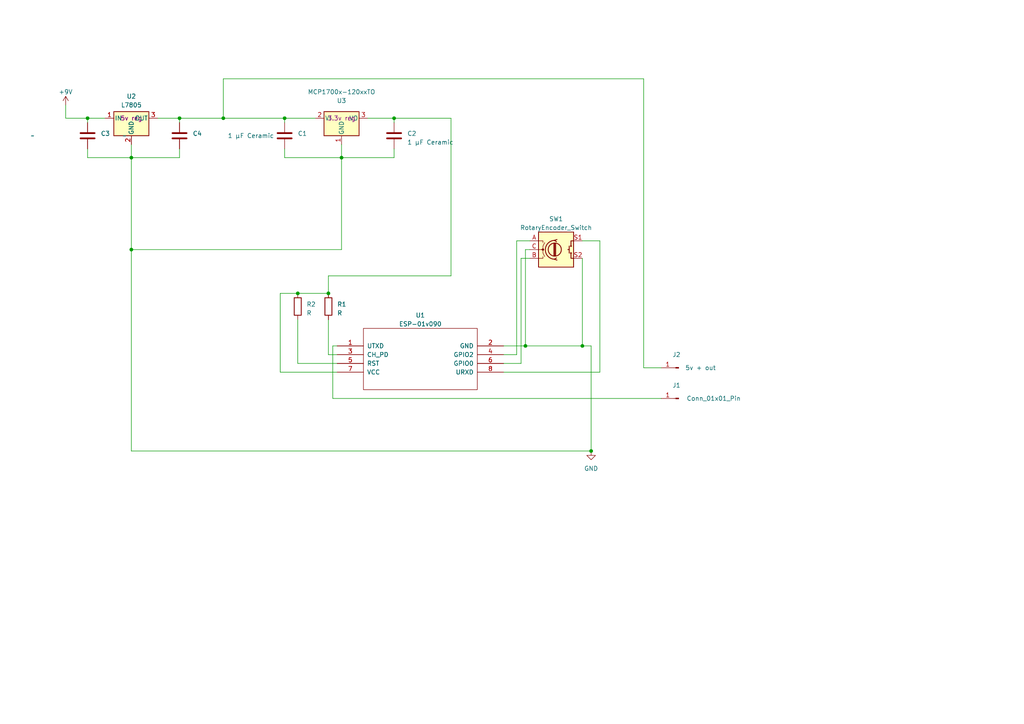
<source format=kicad_sch>
(kicad_sch (version 20230121) (generator eeschema)
  (paper "A4")
  (title_block (title "STAC Soldering/Programming Exercise Board") (rev "0.0.1") (company "Stanley Solutions") (comment 1 "on behalf of Idaho State 4-H"))
  (lib_symbols
    (symbol "Connector:Conn_01x01_Pin" (pin_names (offset 1.016) hide)
      (property "Reference" "J" (at 0 2.54 0))
      (property "Value" "Conn_01x01_Pin" (at 0 -2.54 0))
      (symbol "Conn_01x01_Pin_1_1"
        (polyline (pts (xy 1.27 0) (xy 0.8636 0)) (stroke (width 0.1524)))
        (rectangle (start 0.8636 0.127) (end 0 -0.127) (stroke (width 0.1524)) (fill (type outline)))
        (pin passive line (at 5.08 0 180) (length 3.81) (name "Pin_1") (number "1"))
      )
    )
    (symbol "Device:C" (pin_numbers hide) (pin_names (offset 0.254))
      (property "Reference" "C" (at 0.635 2.54 0))
      (property "Value" "C" (at 0.635 -2.54 0))
      (symbol "C_0_1"
        (polyline (pts (xy -2.032 -0.762) (xy 2.032 -0.762)) (stroke (width 0.508)))
        (polyline (pts (xy -2.032 0.762) (xy 2.032 0.762)) (stroke (width 0.508)))
      )
      (symbol "C_1_1"
        (pin passive line (at 0 3.81 270) (length 2.794) (name "~") (number "1"))
        (pin passive line (at 0 -3.81 90) (length 2.794) (name "~") (number "2"))
      )
    )
    (symbol "Device:R" (pin_numbers hide) (pin_names (offset 0))
      (property "Reference" "R" (at 2.032 0 90))
      (property "Value" "R" (at 0 0 90))
      (symbol "R_0_1"
        (rectangle (start -1.016 -2.54) (end 1.016 2.54) (stroke (width 0.254)))
      )
      (symbol "R_1_1"
        (pin passive line (at 0 3.81 270) (length 1.27) (name "~") (number "1"))
        (pin passive line (at 0 -3.81 90) (length 1.27) (name "~") (number "2"))
      )
    )
    (symbol "Device:RotaryEncoder_Switch" (pin_names (offset 0.254) hide)
      (property "Reference" "SW" (at 0 6.604 0))
      (property "Value" "RotaryEncoder_Switch" (at 0 -6.604 0))
      (symbol "RotaryEncoder_Switch_0_1"
        (rectangle (start -5.08 5.08) (end 5.08 -5.08) (stroke (width 0.254)) (fill (type background)))
        (circle (center -3.81 0) (radius 0.254) (fill (type outline)))
        (circle (center -0.381 0) (radius 1.905) (stroke (width 0.254)))
        (arc (start -0.381 2.667) (mid -3.0988 -0.0635) (end -0.381 -2.794) (stroke (width 0.254)))
        (polyline (pts (xy -0.635 -1.778) (xy -0.635 1.778)) (stroke (width 0.254)))
        (polyline (pts (xy -0.381 -1.778) (xy -0.381 1.778)) (stroke (width 0.254)))
        (polyline (pts (xy -0.127 1.778) (xy -0.127 -1.778)) (stroke (width 0.254)))
        (polyline (pts (xy 3.81 0) (xy 3.429 0)) (stroke (width 0.254)))
        (polyline (pts (xy 3.81 1.016) (xy 3.81 -1.016)) (stroke (width 0.254)))
        (polyline (pts (xy -5.08 -2.54) (xy -3.81 -2.54) (xy -3.81 -2.032)))
        (polyline (pts (xy -5.08 2.54) (xy -3.81 2.54) (xy -3.81 2.032)))
        (polyline (pts (xy 0.254 -3.048) (xy -0.508 -2.794) (xy 0.127 -2.413)) (stroke (width 0.254)))
        (polyline (pts (xy 0.254 2.921) (xy -0.508 2.667) (xy 0.127 2.286)) (stroke (width 0.254)))
        (polyline (pts (xy 5.08 -2.54) (xy 4.318 -2.54) (xy 4.318 -1.016)) (stroke (width 0.254)))
        (polyline (pts (xy 5.08 2.54) (xy 4.318 2.54) (xy 4.318 1.016)) (stroke (width 0.254)))
        (polyline (pts (xy -5.08 0) (xy -3.81 0) (xy -3.81 -1.016) (xy -3.302 -2.032)))
        (polyline (pts (xy -4.318 0) (xy -3.81 0) (xy -3.81 1.016) (xy -3.302 2.032)))
        (circle (center 4.318 -1.016) (radius 0.127) (stroke (width 0.254)))
        (circle (center 4.318 1.016) (radius 0.127) (stroke (width 0.254)))
      )
      (symbol "RotaryEncoder_Switch_1_1"
        (pin passive line (at -7.62 2.54 0) (length 2.54) (name "A") (number "A"))
        (pin passive line (at -7.62 -2.54 0) (length 2.54) (name "B") (number "B"))
        (pin passive line (at -7.62 0 0) (length 2.54) (name "C") (number "C"))
        (pin passive line (at 7.62 2.54 180) (length 2.54) (name "S1") (number "S1"))
        (pin passive line (at 7.62 -2.54 180) (length 2.54) (name "S2") (number "S2"))
      )
    )
    (symbol "Regulator_Linear:L7805" (pin_names (offset 0.254))
      (property "Reference" "U" (at -3.81 3.175 0))
      (property "Value" "L7805" (at 0 3.175 0))
      (symbol "L7805_0_1"
        (rectangle (start -5.08 1.905) (end 5.08 -5.08) (stroke (width 0.254)) (fill (type background)))
      )
      (symbol "L7805_1_1"
        (pin power_in line (at -7.62 0 0) (length 2.54) (name "IN") (number "1"))
        (pin power_in line (at 0 -7.62 90) (length 2.54) (name "GND") (number "2"))
        (pin power_out line (at 7.62 0 180) (length 2.54) (name "OUT") (number "3"))
      )
    )
    (symbol "Regulator_Linear:MCP1700x-120xxTO" (pin_names (offset 0.254))
      (property "Reference" "U" (at -3.81 -3.175 0))
      (property "Value" "MCP1700x-120xxTO" (at 0 -3.175 0))
      (symbol "MCP1700x-120xxTO_0_1"
        (rectangle (start -5.08 5.08) (end 5.08 -1.905) (stroke (width 0.254)) (fill (type background)))
      )
      (symbol "MCP1700x-120xxTO_1_1"
        (pin power_in line (at 0 7.62 270) (length 2.54) (name "GND") (number "1"))
        (pin power_in line (at -7.62 0 0) (length 2.54) (name "VI") (number "2"))
        (pin power_out line (at 7.62 0 180) (length 2.54) (name "VO") (number "3"))
      )
    )
    (symbol "power:+9V" (power) (pin_names (offset 0))
      (property "Value" "+9V" (at 0 3.556 0))
      (symbol "+9V_0_1"
        (polyline (pts (xy -0.762 1.27) (xy 0 2.54)))
        (polyline (pts (xy 0 0) (xy 0 2.54)))
        (polyline (pts (xy 0 2.54) (xy 0.762 1.27)))
      )
      (symbol "+9V_1_1"
        (pin power_in line (at 0 0 90) (length 0) hide (name "+9V") (number "1"))
      )
    )
    (symbol "power:GND" (power) (pin_names (offset 0))
      (property "Value" "GND" (at 0 -3.81 0))
      (symbol "GND_0_1"
        (polyline (pts (xy 0 0) (xy 0 -1.27) (xy 1.27 -1.27) (xy 0 -2.54) (xy -1.27 -1.27) (xy 0 -1.27)))
      )
      (symbol "GND_1_1"
        (pin power_in line (at 0 0 270) (length 0) hide (name "GND") (number "1"))
      )
    )
    (symbol "stac-board:ESP-01v090" (pin_names (offset 1.016))
      (property "Reference" "U" (at 0 -2.54 0))
      (property "Value" "ESP-01v090" (at 0 2.54 0))
      (symbol "ESP-01v090_1_0"
        (rectangle (start -16.51 -8.89) (end 16.51 8.89))
      )
      (symbol "ESP-01v090_1_1"
        (pin output line (at -24.13 3.81 0) (length 7.62) (name "UTXD") (number "1"))
        (pin power_in line (at 24.13 3.81 180) (length 7.62) (name "GND") (number "2"))
        (pin input line (at -24.13 1.27 0) (length 7.62) (name "CH_PD") (number "3"))
        (pin tri_state line (at 24.13 1.27 180) (length 7.62) (name "GPIO2") (number "4"))
        (pin input line (at -24.13 -1.27 0) (length 7.62) (name "RST") (number "5"))
        (pin tri_state line (at 24.13 -1.27 180) (length 7.62) (name "GPIO0") (number "6"))
        (pin power_in line (at -24.13 -3.81 0) (length 7.62) (name "VCC") (number "7"))
        (pin input line (at 24.13 -3.81 180) (length 7.62) (name "URXD") (number "8"))
      )
    )
  )
  (junction (at 38.1 45.72))
  (junction (at 171.45 130.81))
  (junction (at 95.25 85.09))
  (junction (at 99.06 45.72))
  (junction (at 52.07 34.29))
  (junction (at 152.4 100.33))
  (junction (at 82.55 34.29))
  (junction (at 168.91 100.33))
  (junction (at 38.1 72.39))
  (junction (at 86.36 85.09))
  (junction (at 114.3 34.29))
  (junction (at 25.4 34.29))
  (junction (at 64.77 34.29))
  (wire (pts (xy 153.67 72.39) (xy 152.4 72.39)))
  (wire (pts (xy 95.25 102.87) (xy 97.79 102.87)))
  (wire (pts (xy 82.55 34.29) (xy 91.44 34.29)))
  (wire (pts (xy 114.3 43.18) (xy 114.3 45.72)))
  (wire (pts (xy 171.45 100.33) (xy 168.91 100.33)))
  (wire (pts (xy 52.07 34.29) (xy 64.77 34.29)))
  (wire (pts (xy 153.67 69.85) (xy 149.86 69.85)))
  (wire (pts (xy 96.52 100.33) (xy 96.52 115.57)))
  (wire (pts (xy 99.06 45.72) (xy 114.3 45.72)))
  (wire (pts (xy 168.91 74.93) (xy 168.91 100.33)))
  (wire (pts (xy 151.13 74.93) (xy 153.67 74.93)))
  (wire (pts (xy 38.1 45.72) (xy 38.1 72.39)))
  (wire (pts (xy 82.55 43.18) (xy 82.55 45.72)))
  (wire (pts (xy 64.77 34.29) (xy 64.77 22.86)))
  (wire (pts (xy 52.07 43.18) (xy 52.07 45.72)))
  (wire (pts (xy 168.91 100.33) (xy 152.4 100.33)))
  (wire (pts (xy 146.05 107.95) (xy 173.99 107.95)))
  (wire (pts (xy 149.86 102.87) (xy 146.05 102.87)))
  (wire (pts (xy 152.4 72.39) (xy 152.4 100.33)))
  (wire (pts (xy 152.4 100.33) (xy 146.05 100.33)))
  (wire (pts (xy 82.55 45.72) (xy 99.06 45.72)))
  (wire (pts (xy 97.79 100.33) (xy 96.52 100.33)))
  (wire (pts (xy 52.07 35.56) (xy 52.07 34.29)))
  (wire (pts (xy 168.91 69.85) (xy 173.99 69.85)))
  (wire (pts (xy 171.45 100.33) (xy 171.45 130.81)))
  (wire (pts (xy 114.3 34.29) (xy 106.68 34.29)))
  (wire (pts (xy 130.81 34.29) (xy 130.81 80.01)))
  (wire (pts (xy 64.77 22.86) (xy 186.69 22.86)))
  (wire (pts (xy 99.06 72.39) (xy 38.1 72.39)))
  (wire (pts (xy 95.25 92.71) (xy 95.25 102.87)))
  (wire (pts (xy 38.1 130.81) (xy 171.45 130.81)))
  (wire (pts (xy 81.28 107.95) (xy 97.79 107.95)))
  (wire (pts (xy 64.77 34.29) (xy 82.55 34.29)))
  (wire (pts (xy 19.05 30.48) (xy 19.05 34.29)))
  (wire (pts (xy 38.1 41.91) (xy 38.1 45.72)))
  (wire (pts (xy 99.06 45.72) (xy 99.06 72.39)))
  (wire (pts (xy 25.4 45.72) (xy 38.1 45.72)))
  (wire (pts (xy 45.72 34.29) (xy 52.07 34.29)))
  (wire (pts (xy 38.1 72.39) (xy 38.1 130.81)))
  (wire (pts (xy 130.81 80.01) (xy 95.25 80.01)))
  (wire (pts (xy 149.86 69.85) (xy 149.86 102.87)))
  (wire (pts (xy 81.28 85.09) (xy 81.28 107.95)))
  (wire (pts (xy 130.81 34.29) (xy 114.3 34.29)))
  (wire (pts (xy 82.55 35.56) (xy 82.55 34.29)))
  (wire (pts (xy 25.4 34.29) (xy 30.48 34.29)))
  (wire (pts (xy 95.25 80.01) (xy 95.25 85.09)))
  (wire (pts (xy 95.25 85.09) (xy 86.36 85.09)))
  (wire (pts (xy 38.1 45.72) (xy 52.07 45.72)))
  (wire (pts (xy 99.06 41.91) (xy 99.06 45.72)))
  (wire (pts (xy 96.52 115.57) (xy 191.77 115.57)))
  (wire (pts (xy 86.36 105.41) (xy 97.79 105.41)))
  (wire (pts (xy 173.99 69.85) (xy 173.99 107.95)))
  (wire (pts (xy 151.13 74.93) (xy 151.13 105.41)))
  (wire (pts (xy 19.05 34.29) (xy 25.4 34.29)))
  (wire (pts (xy 81.28 85.09) (xy 86.36 85.09)))
  (wire (pts (xy 186.69 106.68) (xy 191.77 106.68)))
  (wire (pts (xy 114.3 35.56) (xy 114.3 34.29)))
  (wire (pts (xy 86.36 92.71) (xy 86.36 105.41)))
  (wire (pts (xy 151.13 105.41) (xy 146.05 105.41)))
  (wire (pts (xy 186.69 22.86) (xy 186.69 106.68)))
  (wire (pts (xy 25.4 35.56) (xy 25.4 34.29)))
  (wire (pts (xy 25.4 43.18) (xy 25.4 45.72)))
  (symbol (lib_id "Regulator_Linear:MCP1700x-120xxTO") (at 99.06 34.29 0) (mirror x) (unit 1)
    (property "Reference" "U3" (at 99.06 29.21 0))
    (property "Value" "MCP1700x-120xxTO" (at 99.06 26.67 0))
    (property "Footprint" "Package_TO_SOT_THT:TO-92_Inline" (effects hide))
    (property "Datasheet" "http://ww1.microchip.com/downloads/en/DeviceDoc/20001826D.pdf" (effects hide))
    (property "Name" "3.3v reg" (at 99.06 34.29 0))
  )
  (symbol (lib_id "Regulator_Linear:L7805") (at 38.1 34.29 0) (unit 1)
    (property "Reference" "U2" (at 38.1 27.94 0))
    (property "Value" "L7805" (at 38.1 30.48 0))
    (property "Datasheet" "http://www.st.com/content/ccc/resource/technical/document/datasheet/41/4f/b3/b0/12/d4/47/88/CD00000444.pdf/files/CD00000444.pdf/jcr:content/translations/en.CD00000444.pdf" (effects hide))
    (property "Name" "5v reg" (at 38.1 34.29 0))
  )
  (symbol (lib_id "stac-board:ESP-01v090") (at 121.92 104.14 0) (unit 1)
    (property "Reference" "U1" (at 121.92 91.44 0))
    (property "Value" "ESP-01v090" (at 121.92 93.98 0))
    (property "Footprint" "stac-board:ESP-01" (effects hide))
  )
  (symbol (lib_id "Device:C") (at 114.3 39.37 0) (unit 1)
    (property "Reference" "C2" (at 118.11 38.735 0) (effects (justify left)))
    (property "Value" "1 µF Ceramic" (at 118.11 41.275 0) (effects (justify left)))
  )
  (symbol (lib_id "power:+9V") (at 19.05 30.48 0) (unit 1)
    (property "Reference" "#PWR01" (effects hide))
    (property "Value" "+9V" (at 19.05 26.67 0))
  )
  (symbol (lib_id "Device:C") (at 25.4 39.37 0) (unit 1)
    (property "Reference" "C3" (at 29.21 38.735 0) (effects (justify left)))
    (property "Value" "~" (at 8.89 39.37 0) (effects (justify left)))
  )
  (symbol (lib_id "Device:C") (at 52.07 39.37 0) (unit 1)
    (property "Reference" "C4" (at 55.88 38.735 0) (effects (justify left)))
    (property "Value" "~" (at 35.56 39.37 0) (effects (justify left)))
  )
  (symbol (lib_id "Device:R") (at 86.36 88.9 0) (unit 1)
    (property "Reference" "R2" (at 88.9 88.265 0) (effects (justify left)))
    (property "Value" "R" (at 88.9 90.805 0) (effects (justify left)))
  )
  (symbol (lib_id "power:GND") (at 171.45 130.81 0) (unit 1)
    (property "Reference" "#PWR02" (effects hide))
    (property "Value" "GND" (at 171.45 135.89 0))
  )
  (symbol (lib_id "Device:C") (at 82.55 39.37 0) (unit 1)
    (property "Reference" "C1" (at 86.36 38.735 0) (effects (justify left)))
    (property "Value" "1 µF Ceramic" (at 66.04 39.37 0) (effects (justify left)))
  )
  (symbol (lib_id "Device:R") (at 95.25 88.9 0) (unit 1)
    (property "Reference" "R1" (at 97.79 88.265 0) (effects (justify left)))
    (property "Value" "R" (at 97.79 90.805 0) (effects (justify left)))
  )
  (symbol (lib_id "Connector:Conn_01x01_Pin") (at 196.85 115.57 0) (mirror y) (unit 1)
    (property "Reference" "J1" (at 196.215 111.76 0))
    (property "Value" "Conn_01x01_Pin" (at 207.01 115.57 0))
  )
  (symbol (lib_id "Device:RotaryEncoder_Switch") (at 161.29 72.39 0) (unit 1)
    (property "Reference" "SW1" (at 161.29 63.5 0))
    (property "Value" "RotaryEncoder_Switch" (at 161.29 66.04 0))
  )
  (symbol (lib_id "Connector:Conn_01x01_Pin") (at 196.85 106.68 0) (mirror y) (unit 1)
    (property "Reference" "J2" (at 196.215 102.87 0))
    (property "Value" "5v + out" (at 203.2 106.68 0))
  )
)
</source>
